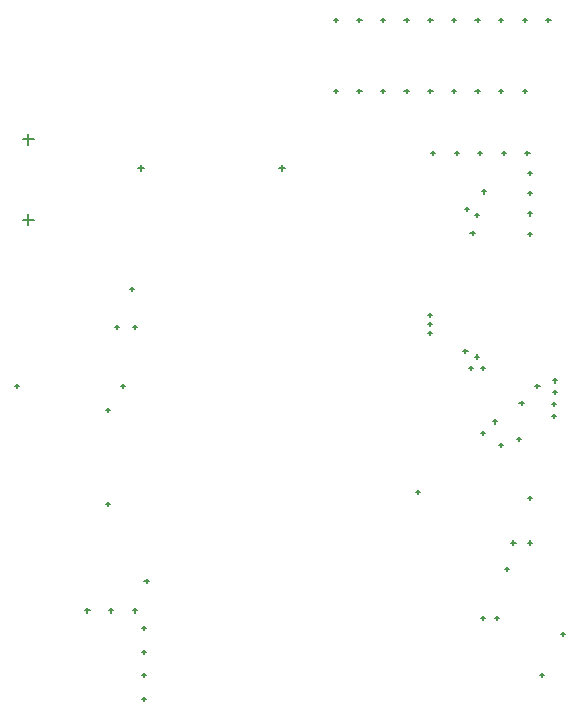
<source format=gbr>
G04*
G04 #@! TF.GenerationSoftware,Altium Limited,Altium Designer,25.8.1 (18)*
G04*
G04 Layer_Color=128*
%FSLAX25Y25*%
%MOIN*%
G70*
G04*
G04 #@! TF.SameCoordinates,A86E57CF-C6E6-4710-AEDF-4A901DF70E31*
G04*
G04*
G04 #@! TF.FilePolarity,Positive*
G04*
G01*
G75*
%ADD16C,0.00500*%
D16*
X6102Y165748D02*
X9646D01*
X7874Y163976D02*
Y167520D01*
X6102Y192520D02*
X9646D01*
X7874Y190748D02*
Y194291D01*
X154823Y116142D02*
X156201D01*
X155512Y115453D02*
Y116831D01*
X166732Y49213D02*
X167913D01*
X167323Y48622D02*
Y49803D01*
X185335Y27559D02*
X186713D01*
X186024Y26870D02*
Y28248D01*
X137106Y74803D02*
X138484D01*
X137795Y74114D02*
Y75492D01*
X45571Y29528D02*
X46949D01*
X46260Y28839D02*
Y30217D01*
X45571Y21654D02*
X46949D01*
X46260Y20965D02*
Y22343D01*
X45571Y13780D02*
X46949D01*
X46260Y13091D02*
Y14469D01*
X45571Y5906D02*
X46949D01*
X46260Y5217D02*
Y6594D01*
X42618Y35433D02*
X43996D01*
X43307Y34744D02*
Y36122D01*
X34744Y35433D02*
X36122D01*
X35433Y34744D02*
Y36122D01*
X26870Y35433D02*
X28248D01*
X27559Y34744D02*
Y36122D01*
X173524Y187992D02*
X174902D01*
X174213Y187303D02*
Y188681D01*
X165650Y187992D02*
X167027D01*
X166339Y187303D02*
Y188681D01*
X157776Y187992D02*
X159153D01*
X158465Y187303D02*
Y188681D01*
X149902Y187992D02*
X151279D01*
X150591Y187303D02*
Y188681D01*
X142028Y187992D02*
X143405D01*
X142717Y187303D02*
Y188681D01*
X174508Y181271D02*
X175886D01*
X175197Y180582D02*
Y181960D01*
X174508Y174522D02*
X175886D01*
X175197Y173833D02*
Y175211D01*
X174508Y167773D02*
X175886D01*
X175197Y167084D02*
Y168462D01*
X174508Y161024D02*
X175886D01*
X175197Y160335D02*
Y161713D01*
X158760Y116142D02*
X160138D01*
X159449Y115453D02*
Y116831D01*
X36713Y129921D02*
X38091D01*
X37402Y129232D02*
Y130610D01*
X42618Y129921D02*
X43996D01*
X43307Y129232D02*
Y130610D01*
X176870Y110138D02*
X178248D01*
X177559Y109449D02*
Y110827D01*
X141043Y130905D02*
X142421D01*
X141732Y130217D02*
Y131595D01*
X33760Y70866D02*
X35138D01*
X34449Y70177D02*
Y71555D01*
X33760Y102362D02*
X35138D01*
X34449Y101673D02*
Y103051D01*
X182776Y112106D02*
X184153D01*
X183465Y111417D02*
Y112795D01*
X141043Y133858D02*
X142421D01*
X141732Y133169D02*
Y134547D01*
X152854Y122047D02*
X154232D01*
X153543Y121358D02*
Y122736D01*
X41634Y142717D02*
X43012D01*
X42323Y142028D02*
Y143405D01*
X109583Y208661D02*
X111079D01*
X110331Y207913D02*
Y209409D01*
X109583Y232283D02*
X111079D01*
X110331Y231535D02*
Y233032D01*
X117457Y208661D02*
X118953D01*
X118205Y207913D02*
Y209409D01*
X117457Y232283D02*
X118953D01*
X118205Y231535D02*
Y233032D01*
X125331Y208661D02*
X126827D01*
X126079Y207913D02*
Y209409D01*
X125331Y232283D02*
X126827D01*
X126079Y231535D02*
Y233032D01*
X133205Y208661D02*
X134701D01*
X133953Y207913D02*
Y209409D01*
X133205Y232283D02*
X134701D01*
X133953Y231535D02*
Y233032D01*
X141079Y208661D02*
X142575D01*
X141827Y207913D02*
Y209409D01*
X141079Y232283D02*
X142575D01*
X141827Y231535D02*
Y233032D01*
X148953Y208661D02*
X150449D01*
X149701Y207913D02*
Y209409D01*
X148953Y232283D02*
X150449D01*
X149701Y231535D02*
Y233032D01*
X156827Y208661D02*
X158323D01*
X157575Y207913D02*
Y209409D01*
X156827Y232283D02*
X158323D01*
X157575Y231535D02*
Y233032D01*
X164701Y208661D02*
X166197D01*
X165449Y207913D02*
Y209409D01*
X164701Y232283D02*
X166197D01*
X165449Y231535D02*
Y233032D01*
X172575Y232283D02*
X174071D01*
X173323Y231535D02*
Y233032D01*
X172575Y208661D02*
X174071D01*
X173323Y207913D02*
Y209409D01*
X180449Y232283D02*
X181945D01*
X181197Y231535D02*
Y233032D01*
X46555Y45276D02*
X47933D01*
X47244Y44587D02*
Y45965D01*
X182382Y104331D02*
X183760D01*
X183071Y103642D02*
Y105020D01*
X163279Y32917D02*
X164657D01*
X163969Y32228D02*
Y33606D01*
X162697Y98425D02*
X164075D01*
X163386Y97736D02*
Y99114D01*
X182776Y108169D02*
X184153D01*
X183465Y107480D02*
Y108858D01*
X141043Y127953D02*
X142421D01*
X141732Y127264D02*
Y128642D01*
X3248Y110236D02*
X4626D01*
X3937Y109547D02*
Y110925D01*
X38681Y110236D02*
X40059D01*
X39370Y109547D02*
Y110925D01*
X156791Y120079D02*
X158169D01*
X157480Y119390D02*
Y120768D01*
X156791Y167323D02*
X158169D01*
X157480Y166634D02*
Y168012D01*
X182382Y100394D02*
X183760D01*
X183071Y99705D02*
Y101083D01*
X174508Y58071D02*
X175886D01*
X175197Y57382D02*
Y58760D01*
X168853Y58071D02*
X170231D01*
X169543Y57382D02*
Y58760D01*
X174508Y72835D02*
X175886D01*
X175197Y72146D02*
Y73524D01*
X178445Y13780D02*
X179823D01*
X179134Y13091D02*
Y14469D01*
X155217Y161319D02*
X156595D01*
X155905Y160630D02*
Y162008D01*
X158679Y33016D02*
X160057D01*
X159369Y32328D02*
Y33705D01*
X158760Y94488D02*
X160138D01*
X159449Y93799D02*
Y95177D01*
X153248Y169193D02*
X154626D01*
X153937Y168504D02*
Y169882D01*
X170571Y92520D02*
X171949D01*
X171260Y91831D02*
Y93209D01*
X159153Y175098D02*
X160531D01*
X159843Y174409D02*
Y175787D01*
X171555Y104528D02*
X172933D01*
X172244Y103839D02*
Y105217D01*
X164665Y90551D02*
X166043D01*
X165354Y89862D02*
Y91240D01*
X91535Y183071D02*
X93504D01*
X92520Y182087D02*
Y184055D01*
X44291Y183071D02*
X46260D01*
X45276Y182087D02*
Y184055D01*
M02*

</source>
